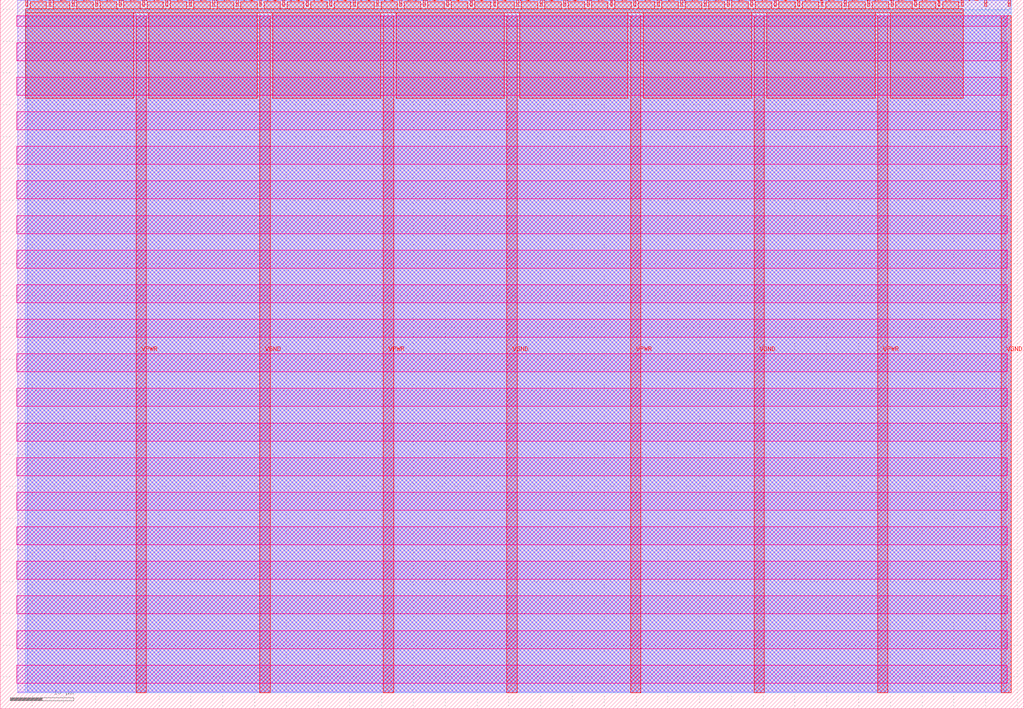
<source format=lef>
VERSION 5.7 ;
  NOWIREEXTENSIONATPIN ON ;
  DIVIDERCHAR "/" ;
  BUSBITCHARS "[]" ;
MACRO tt_um_ericsmi_weste_problem_4_11
  CLASS BLOCK ;
  FOREIGN tt_um_ericsmi_weste_problem_4_11 ;
  ORIGIN 0.000 0.000 ;
  SIZE 161.000 BY 111.520 ;
  PIN VGND
    DIRECTION INOUT ;
    USE GROUND ;
    PORT
      LAYER met4 ;
        RECT 40.830 2.480 42.430 109.040 ;
    END
    PORT
      LAYER met4 ;
        RECT 79.700 2.480 81.300 109.040 ;
    END
    PORT
      LAYER met4 ;
        RECT 118.570 2.480 120.170 109.040 ;
    END
    PORT
      LAYER met4 ;
        RECT 157.440 2.480 159.040 109.040 ;
    END
  END VGND
  PIN VPWR
    DIRECTION INOUT ;
    USE POWER ;
    PORT
      LAYER met4 ;
        RECT 21.395 2.480 22.995 109.040 ;
    END
    PORT
      LAYER met4 ;
        RECT 60.265 2.480 61.865 109.040 ;
    END
    PORT
      LAYER met4 ;
        RECT 99.135 2.480 100.735 109.040 ;
    END
    PORT
      LAYER met4 ;
        RECT 138.005 2.480 139.605 109.040 ;
    END
  END VPWR
  PIN clk
    DIRECTION INPUT ;
    USE SIGNAL ;
    PORT
      LAYER met4 ;
        RECT 154.870 110.520 155.170 111.520 ;
    END
  END clk
  PIN ena
    DIRECTION INPUT ;
    USE SIGNAL ;
    PORT
      LAYER met4 ;
        RECT 158.550 110.520 158.850 111.520 ;
    END
  END ena
  PIN rst_n
    DIRECTION INPUT ;
    USE SIGNAL ;
    ANTENNAGATEAREA 0.159000 ;
    PORT
      LAYER met4 ;
        RECT 151.190 110.520 151.490 111.520 ;
    END
  END rst_n
  PIN ui_in[0]
    DIRECTION INPUT ;
    USE SIGNAL ;
    ANTENNAGATEAREA 0.196500 ;
    PORT
      LAYER met4 ;
        RECT 147.510 110.520 147.810 111.520 ;
    END
  END ui_in[0]
  PIN ui_in[1]
    DIRECTION INPUT ;
    USE SIGNAL ;
    ANTENNAGATEAREA 0.196500 ;
    PORT
      LAYER met4 ;
        RECT 143.830 110.520 144.130 111.520 ;
    END
  END ui_in[1]
  PIN ui_in[2]
    DIRECTION INPUT ;
    USE SIGNAL ;
    ANTENNAGATEAREA 0.196500 ;
    PORT
      LAYER met4 ;
        RECT 140.150 110.520 140.450 111.520 ;
    END
  END ui_in[2]
  PIN ui_in[3]
    DIRECTION INPUT ;
    USE SIGNAL ;
    ANTENNAGATEAREA 0.196500 ;
    PORT
      LAYER met4 ;
        RECT 136.470 110.520 136.770 111.520 ;
    END
  END ui_in[3]
  PIN ui_in[4]
    DIRECTION INPUT ;
    USE SIGNAL ;
    ANTENNAGATEAREA 0.196500 ;
    PORT
      LAYER met4 ;
        RECT 132.790 110.520 133.090 111.520 ;
    END
  END ui_in[4]
  PIN ui_in[5]
    DIRECTION INPUT ;
    USE SIGNAL ;
    ANTENNAGATEAREA 0.196500 ;
    PORT
      LAYER met4 ;
        RECT 129.110 110.520 129.410 111.520 ;
    END
  END ui_in[5]
  PIN ui_in[6]
    DIRECTION INPUT ;
    USE SIGNAL ;
    ANTENNAGATEAREA 0.196500 ;
    PORT
      LAYER met4 ;
        RECT 125.430 110.520 125.730 111.520 ;
    END
  END ui_in[6]
  PIN ui_in[7]
    DIRECTION INPUT ;
    USE SIGNAL ;
    ANTENNAGATEAREA 0.196500 ;
    PORT
      LAYER met4 ;
        RECT 121.750 110.520 122.050 111.520 ;
    END
  END ui_in[7]
  PIN uio_in[0]
    DIRECTION INPUT ;
    USE SIGNAL ;
    ANTENNAGATEAREA 0.196500 ;
    PORT
      LAYER met4 ;
        RECT 118.070 110.520 118.370 111.520 ;
    END
  END uio_in[0]
  PIN uio_in[1]
    DIRECTION INPUT ;
    USE SIGNAL ;
    ANTENNAGATEAREA 0.196500 ;
    PORT
      LAYER met4 ;
        RECT 114.390 110.520 114.690 111.520 ;
    END
  END uio_in[1]
  PIN uio_in[2]
    DIRECTION INPUT ;
    USE SIGNAL ;
    ANTENNAGATEAREA 0.126000 ;
    PORT
      LAYER met4 ;
        RECT 110.710 110.520 111.010 111.520 ;
    END
  END uio_in[2]
  PIN uio_in[3]
    DIRECTION INPUT ;
    USE SIGNAL ;
    ANTENNAGATEAREA 0.196500 ;
    PORT
      LAYER met4 ;
        RECT 107.030 110.520 107.330 111.520 ;
    END
  END uio_in[3]
  PIN uio_in[4]
    DIRECTION INPUT ;
    USE SIGNAL ;
    ANTENNAGATEAREA 0.126000 ;
    PORT
      LAYER met4 ;
        RECT 103.350 110.520 103.650 111.520 ;
    END
  END uio_in[4]
  PIN uio_in[5]
    DIRECTION INPUT ;
    USE SIGNAL ;
    ANTENNAGATEAREA 0.196500 ;
    PORT
      LAYER met4 ;
        RECT 99.670 110.520 99.970 111.520 ;
    END
  END uio_in[5]
  PIN uio_in[6]
    DIRECTION INPUT ;
    USE SIGNAL ;
    ANTENNAGATEAREA 0.196500 ;
    PORT
      LAYER met4 ;
        RECT 95.990 110.520 96.290 111.520 ;
    END
  END uio_in[6]
  PIN uio_in[7]
    DIRECTION INPUT ;
    USE SIGNAL ;
    ANTENNAGATEAREA 0.196500 ;
    PORT
      LAYER met4 ;
        RECT 92.310 110.520 92.610 111.520 ;
    END
  END uio_in[7]
  PIN uio_oe[0]
    DIRECTION OUTPUT TRISTATE ;
    USE SIGNAL ;
    PORT
      LAYER met4 ;
        RECT 29.750 110.520 30.050 111.520 ;
    END
  END uio_oe[0]
  PIN uio_oe[1]
    DIRECTION OUTPUT TRISTATE ;
    USE SIGNAL ;
    PORT
      LAYER met4 ;
        RECT 26.070 110.520 26.370 111.520 ;
    END
  END uio_oe[1]
  PIN uio_oe[2]
    DIRECTION OUTPUT TRISTATE ;
    USE SIGNAL ;
    PORT
      LAYER met4 ;
        RECT 22.390 110.520 22.690 111.520 ;
    END
  END uio_oe[2]
  PIN uio_oe[3]
    DIRECTION OUTPUT TRISTATE ;
    USE SIGNAL ;
    PORT
      LAYER met4 ;
        RECT 18.710 110.520 19.010 111.520 ;
    END
  END uio_oe[3]
  PIN uio_oe[4]
    DIRECTION OUTPUT TRISTATE ;
    USE SIGNAL ;
    PORT
      LAYER met4 ;
        RECT 15.030 110.520 15.330 111.520 ;
    END
  END uio_oe[4]
  PIN uio_oe[5]
    DIRECTION OUTPUT TRISTATE ;
    USE SIGNAL ;
    PORT
      LAYER met4 ;
        RECT 11.350 110.520 11.650 111.520 ;
    END
  END uio_oe[5]
  PIN uio_oe[6]
    DIRECTION OUTPUT TRISTATE ;
    USE SIGNAL ;
    PORT
      LAYER met4 ;
        RECT 7.670 110.520 7.970 111.520 ;
    END
  END uio_oe[6]
  PIN uio_oe[7]
    DIRECTION OUTPUT TRISTATE ;
    USE SIGNAL ;
    PORT
      LAYER met4 ;
        RECT 3.990 110.520 4.290 111.520 ;
    END
  END uio_oe[7]
  PIN uio_out[0]
    DIRECTION OUTPUT TRISTATE ;
    USE SIGNAL ;
    PORT
      LAYER met4 ;
        RECT 59.190 110.520 59.490 111.520 ;
    END
  END uio_out[0]
  PIN uio_out[1]
    DIRECTION OUTPUT TRISTATE ;
    USE SIGNAL ;
    PORT
      LAYER met4 ;
        RECT 55.510 110.520 55.810 111.520 ;
    END
  END uio_out[1]
  PIN uio_out[2]
    DIRECTION OUTPUT TRISTATE ;
    USE SIGNAL ;
    PORT
      LAYER met4 ;
        RECT 51.830 110.520 52.130 111.520 ;
    END
  END uio_out[2]
  PIN uio_out[3]
    DIRECTION OUTPUT TRISTATE ;
    USE SIGNAL ;
    PORT
      LAYER met4 ;
        RECT 48.150 110.520 48.450 111.520 ;
    END
  END uio_out[3]
  PIN uio_out[4]
    DIRECTION OUTPUT TRISTATE ;
    USE SIGNAL ;
    PORT
      LAYER met4 ;
        RECT 44.470 110.520 44.770 111.520 ;
    END
  END uio_out[4]
  PIN uio_out[5]
    DIRECTION OUTPUT TRISTATE ;
    USE SIGNAL ;
    PORT
      LAYER met4 ;
        RECT 40.790 110.520 41.090 111.520 ;
    END
  END uio_out[5]
  PIN uio_out[6]
    DIRECTION OUTPUT TRISTATE ;
    USE SIGNAL ;
    PORT
      LAYER met4 ;
        RECT 37.110 110.520 37.410 111.520 ;
    END
  END uio_out[6]
  PIN uio_out[7]
    DIRECTION OUTPUT TRISTATE ;
    USE SIGNAL ;
    PORT
      LAYER met4 ;
        RECT 33.430 110.520 33.730 111.520 ;
    END
  END uio_out[7]
  PIN uo_out[0]
    DIRECTION OUTPUT TRISTATE ;
    USE SIGNAL ;
    ANTENNAGATEAREA 0.126000 ;
    ANTENNADIFFAREA 0.795200 ;
    PORT
      LAYER met4 ;
        RECT 88.630 110.520 88.930 111.520 ;
    END
  END uo_out[0]
  PIN uo_out[1]
    DIRECTION OUTPUT TRISTATE ;
    USE SIGNAL ;
    ANTENNAGATEAREA 0.126000 ;
    ANTENNADIFFAREA 0.795200 ;
    PORT
      LAYER met4 ;
        RECT 84.950 110.520 85.250 111.520 ;
    END
  END uo_out[1]
  PIN uo_out[2]
    DIRECTION OUTPUT TRISTATE ;
    USE SIGNAL ;
    ANTENNAGATEAREA 0.126000 ;
    ANTENNADIFFAREA 0.795200 ;
    PORT
      LAYER met4 ;
        RECT 81.270 110.520 81.570 111.520 ;
    END
  END uo_out[2]
  PIN uo_out[3]
    DIRECTION OUTPUT TRISTATE ;
    USE SIGNAL ;
    ANTENNAGATEAREA 0.126000 ;
    ANTENNADIFFAREA 0.795200 ;
    PORT
      LAYER met4 ;
        RECT 77.590 110.520 77.890 111.520 ;
    END
  END uo_out[3]
  PIN uo_out[4]
    DIRECTION OUTPUT TRISTATE ;
    USE SIGNAL ;
    ANTENNADIFFAREA 0.445500 ;
    PORT
      LAYER met4 ;
        RECT 73.910 110.520 74.210 111.520 ;
    END
  END uo_out[4]
  PIN uo_out[5]
    DIRECTION OUTPUT TRISTATE ;
    USE SIGNAL ;
    ANTENNADIFFAREA 0.445500 ;
    PORT
      LAYER met4 ;
        RECT 70.230 110.520 70.530 111.520 ;
    END
  END uo_out[5]
  PIN uo_out[6]
    DIRECTION OUTPUT TRISTATE ;
    USE SIGNAL ;
    ANTENNADIFFAREA 0.445500 ;
    PORT
      LAYER met4 ;
        RECT 66.550 110.520 66.850 111.520 ;
    END
  END uo_out[6]
  PIN uo_out[7]
    DIRECTION OUTPUT TRISTATE ;
    USE SIGNAL ;
    ANTENNADIFFAREA 0.795200 ;
    PORT
      LAYER met4 ;
        RECT 62.870 110.520 63.170 111.520 ;
    END
  END uo_out[7]
  OBS
      LAYER nwell ;
        RECT 2.570 107.385 158.430 108.990 ;
        RECT 2.570 101.945 158.430 104.775 ;
        RECT 2.570 96.505 158.430 99.335 ;
        RECT 2.570 91.065 158.430 93.895 ;
        RECT 2.570 85.625 158.430 88.455 ;
        RECT 2.570 80.185 158.430 83.015 ;
        RECT 2.570 74.745 158.430 77.575 ;
        RECT 2.570 69.305 158.430 72.135 ;
        RECT 2.570 63.865 158.430 66.695 ;
        RECT 2.570 58.425 158.430 61.255 ;
        RECT 2.570 52.985 158.430 55.815 ;
        RECT 2.570 47.545 158.430 50.375 ;
        RECT 2.570 42.105 158.430 44.935 ;
        RECT 2.570 36.665 158.430 39.495 ;
        RECT 2.570 31.225 158.430 34.055 ;
        RECT 2.570 25.785 158.430 28.615 ;
        RECT 2.570 20.345 158.430 23.175 ;
        RECT 2.570 14.905 158.430 17.735 ;
        RECT 2.570 9.465 158.430 12.295 ;
        RECT 2.570 4.025 158.430 6.855 ;
      LAYER li1 ;
        RECT 2.760 2.635 158.240 108.885 ;
      LAYER met1 ;
        RECT 2.760 2.480 159.040 111.480 ;
      LAYER met2 ;
        RECT 4.230 2.535 159.010 111.510 ;
      LAYER met3 ;
        RECT 3.950 2.555 159.030 109.985 ;
      LAYER met4 ;
        RECT 4.690 110.120 7.270 111.170 ;
        RECT 8.370 110.120 10.950 111.170 ;
        RECT 12.050 110.120 14.630 111.170 ;
        RECT 15.730 110.120 18.310 111.170 ;
        RECT 19.410 110.120 21.990 111.170 ;
        RECT 23.090 110.120 25.670 111.170 ;
        RECT 26.770 110.120 29.350 111.170 ;
        RECT 30.450 110.120 33.030 111.170 ;
        RECT 34.130 110.120 36.710 111.170 ;
        RECT 37.810 110.120 40.390 111.170 ;
        RECT 41.490 110.120 44.070 111.170 ;
        RECT 45.170 110.120 47.750 111.170 ;
        RECT 48.850 110.120 51.430 111.170 ;
        RECT 52.530 110.120 55.110 111.170 ;
        RECT 56.210 110.120 58.790 111.170 ;
        RECT 59.890 110.120 62.470 111.170 ;
        RECT 63.570 110.120 66.150 111.170 ;
        RECT 67.250 110.120 69.830 111.170 ;
        RECT 70.930 110.120 73.510 111.170 ;
        RECT 74.610 110.120 77.190 111.170 ;
        RECT 78.290 110.120 80.870 111.170 ;
        RECT 81.970 110.120 84.550 111.170 ;
        RECT 85.650 110.120 88.230 111.170 ;
        RECT 89.330 110.120 91.910 111.170 ;
        RECT 93.010 110.120 95.590 111.170 ;
        RECT 96.690 110.120 99.270 111.170 ;
        RECT 100.370 110.120 102.950 111.170 ;
        RECT 104.050 110.120 106.630 111.170 ;
        RECT 107.730 110.120 110.310 111.170 ;
        RECT 111.410 110.120 113.990 111.170 ;
        RECT 115.090 110.120 117.670 111.170 ;
        RECT 118.770 110.120 121.350 111.170 ;
        RECT 122.450 110.120 125.030 111.170 ;
        RECT 126.130 110.120 128.710 111.170 ;
        RECT 129.810 110.120 132.390 111.170 ;
        RECT 133.490 110.120 136.070 111.170 ;
        RECT 137.170 110.120 139.750 111.170 ;
        RECT 140.850 110.120 143.430 111.170 ;
        RECT 144.530 110.120 147.110 111.170 ;
        RECT 148.210 110.120 150.790 111.170 ;
        RECT 3.975 109.440 151.505 110.120 ;
        RECT 3.975 96.055 20.995 109.440 ;
        RECT 23.395 96.055 40.430 109.440 ;
        RECT 42.830 96.055 59.865 109.440 ;
        RECT 62.265 96.055 79.300 109.440 ;
        RECT 81.700 96.055 98.735 109.440 ;
        RECT 101.135 96.055 118.170 109.440 ;
        RECT 120.570 96.055 137.605 109.440 ;
        RECT 140.005 96.055 151.505 109.440 ;
  END
END tt_um_ericsmi_weste_problem_4_11
END LIBRARY


</source>
